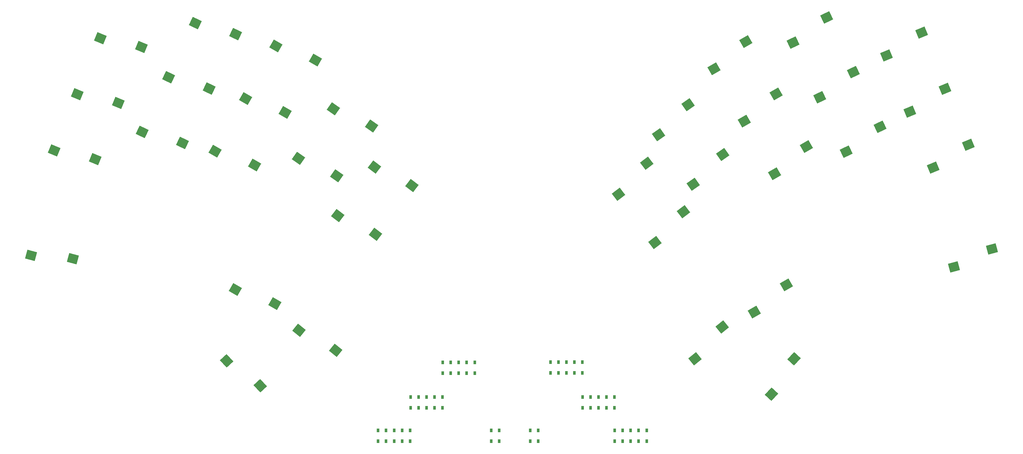
<source format=gbr>
%TF.GenerationSoftware,KiCad,Pcbnew,7.0.7*%
%TF.CreationDate,2024-06-13T17:52:44+09:00*%
%TF.ProjectId,hmproto34-bottom,686d7072-6f74-46f3-9334-2d626f74746f,rev?*%
%TF.SameCoordinates,Original*%
%TF.FileFunction,Paste,Bot*%
%TF.FilePolarity,Positive*%
%FSLAX46Y46*%
G04 Gerber Fmt 4.6, Leading zero omitted, Abs format (unit mm)*
G04 Created by KiCad (PCBNEW 7.0.7) date 2024-06-13 17:52:44*
%MOMM*%
%LPD*%
G01*
G04 APERTURE LIST*
G04 Aperture macros list*
%AMRotRect*
0 Rectangle, with rotation*
0 The origin of the aperture is its center*
0 $1 length*
0 $2 width*
0 $3 Rotation angle, in degrees counterclockwise*
0 Add horizontal line*
21,1,$1,$2,0,0,$3*%
G04 Aperture macros list end*
%ADD10RotRect,3.300000X3.000000X195.000000*%
%ADD11R,0.950000X1.300000*%
%ADD12RotRect,3.300000X3.000000X145.000000*%
%ADD13RotRect,3.300000X3.000000X206.000000*%
%ADD14RotRect,3.300000X3.000000X154.000000*%
%ADD15RotRect,3.300000X3.000000X141.000000*%
%ADD16RotRect,3.300000X3.000000X133.000000*%
%ADD17RotRect,3.300000X3.000000X217.000000*%
%ADD18RotRect,3.300000X3.000000X150.000000*%
%ADD19RotRect,3.300000X3.000000X210.000000*%
%ADD20RotRect,3.300000X3.000000X227.000000*%
%ADD21RotRect,3.300000X3.000000X143.000000*%
%ADD22RotRect,3.300000X3.000000X157.500000*%
%ADD23RotRect,3.300000X3.000000X215.000000*%
%ADD24RotRect,3.300000X3.000000X219.000000*%
%ADD25RotRect,3.300000X3.000000X165.000000*%
%ADD26RotRect,3.300000X3.000000X202.500000*%
G04 APERTURE END LIST*
D10*
%TO.C,SW35*%
X292626099Y-95346114D03*
X305105291Y-89372722D03*
%TD*%
D11*
%TO.C,D17*%
X142537500Y-152805000D03*
X142537500Y-149255000D03*
%TD*%
D12*
%TO.C,SW13*%
X76378437Y-59537212D03*
X88975788Y-65257204D03*
%TD*%
D11*
%TO.C,D11*%
X131842500Y-130345000D03*
X131842500Y-126795000D03*
%TD*%
D13*
%TO.C,SW30*%
X248282987Y-39326976D03*
X259393123Y-31082192D03*
%TD*%
D11*
%TO.C,D25*%
X164725000Y-130305000D03*
X164725000Y-126755000D03*
%TD*%
%TO.C,D9*%
X118597500Y-141820000D03*
X118597500Y-138270000D03*
%TD*%
D14*
%TO.C,SW7*%
X33534982Y-32755246D03*
X46872043Y-36434157D03*
%TD*%
D11*
%TO.C,D33*%
X191200000Y-152805000D03*
X191200000Y-149255000D03*
%TD*%
D15*
%TO.C,SW17*%
X76491810Y-116263475D03*
X88659469Y-122848281D03*
%TD*%
D11*
%TO.C,D30*%
X188562500Y-152805000D03*
X188562500Y-149255000D03*
%TD*%
D16*
%TO.C,SW18*%
X52620557Y-126337136D03*
X63753373Y-134551270D03*
%TD*%
D11*
%TO.C,D4*%
X139900000Y-152805000D03*
X139900000Y-149255000D03*
%TD*%
%TO.C,D31*%
X170000000Y-130305000D03*
X170000000Y-126755000D03*
%TD*%
D17*
%TO.C,SW20*%
X193974551Y-87315823D03*
X203307383Y-77102604D03*
%TD*%
D13*
%TO.C,SW31*%
X257052987Y-57296976D03*
X268163123Y-49052192D03*
%TD*%
D18*
%TO.C,SW9*%
X68898111Y-22460654D03*
X81946056Y-27060950D03*
%TD*%
D19*
%TO.C,SW25*%
X226750289Y-110235000D03*
X237258234Y-101235296D03*
%TD*%
D11*
%TO.C,D15*%
X123872500Y-141820000D03*
X123872500Y-138270000D03*
%TD*%
D20*
%TO.C,SW22*%
X232406772Y-137283752D03*
X239824311Y-125605066D03*
%TD*%
D11*
%TO.C,D3*%
X102615000Y-152825000D03*
X102615000Y-149275000D03*
%TD*%
%TO.C,D27*%
X185925000Y-152805000D03*
X185925000Y-149255000D03*
%TD*%
%TO.C,D7*%
X105252500Y-152825000D03*
X105252500Y-149275000D03*
%TD*%
D18*
%TO.C,SW14*%
X55527520Y-102800654D03*
X68575465Y-107400950D03*
%TD*%
D21*
%TO.C,SW16*%
X89329916Y-78373218D03*
X101719969Y-84529369D03*
%TD*%
D11*
%TO.C,D26*%
X175335000Y-141785000D03*
X175335000Y-138235000D03*
%TD*%
%TO.C,D23*%
X172697500Y-141785000D03*
X172697500Y-138235000D03*
%TD*%
D18*
%TO.C,SW10*%
X58888111Y-39770654D03*
X71936056Y-44370950D03*
%TD*%
D22*
%TO.C,SW2*%
X11014254Y-19887792D03*
X24551032Y-22745633D03*
%TD*%
D11*
%TO.C,D34*%
X155417500Y-152825000D03*
X155417500Y-149275000D03*
%TD*%
D23*
%TO.C,SW24*%
X206598782Y-68095964D03*
X216282365Y-58214679D03*
%TD*%
D11*
%TO.C,D5*%
X126567500Y-130345000D03*
X126567500Y-126795000D03*
%TD*%
%TO.C,D29*%
X177972500Y-141785000D03*
X177972500Y-138235000D03*
%TD*%
D24*
%TO.C,SW21*%
X207124517Y-125636452D03*
X216095229Y-115103744D03*
%TD*%
D11*
%TO.C,D18*%
X159450000Y-130305000D03*
X159450000Y-126755000D03*
%TD*%
D21*
%TO.C,SW15*%
X101372848Y-62345998D03*
X113762901Y-68502149D03*
%TD*%
D11*
%TO.C,D16*%
X113165000Y-152825000D03*
X113165000Y-149275000D03*
%TD*%
D19*
%TO.C,SW28*%
X233428702Y-64570654D03*
X243936647Y-55570950D03*
%TD*%
D11*
%TO.C,D22*%
X162087500Y-130305000D03*
X162087500Y-126755000D03*
%TD*%
D22*
%TO.C,SW3*%
X3381113Y-38351367D03*
X16917891Y-41209208D03*
%TD*%
D11*
%TO.C,D14*%
X134480000Y-130345000D03*
X134480000Y-126795000D03*
%TD*%
D14*
%TO.C,SW8*%
X24774982Y-50755246D03*
X38112043Y-54434157D03*
%TD*%
D11*
%TO.C,D20*%
X180650000Y-152805000D03*
X180650000Y-149255000D03*
%TD*%
%TO.C,D10*%
X107890000Y-152825000D03*
X107890000Y-149275000D03*
%TD*%
D12*
%TO.C,SW12*%
X87837145Y-43143444D03*
X100434496Y-48863436D03*
%TD*%
D11*
%TO.C,D21*%
X152780000Y-152825000D03*
X152780000Y-149275000D03*
%TD*%
D25*
%TO.C,SW5*%
X-11854667Y-91513531D03*
X1939326Y-92580019D03*
%TD*%
D11*
%TO.C,D28*%
X167362500Y-130305000D03*
X167362500Y-126755000D03*
%TD*%
%TO.C,D1*%
X123930000Y-130345000D03*
X123930000Y-126795000D03*
%TD*%
D14*
%TO.C,SW6*%
X42275925Y-14848377D03*
X55612986Y-18527288D03*
%TD*%
D11*
%TO.C,D24*%
X183287500Y-152805000D03*
X183287500Y-149255000D03*
%TD*%
D26*
%TO.C,SW34*%
X285703082Y-62593351D03*
X297295828Y-55042201D03*
%TD*%
D11*
%TO.C,D2*%
X113322500Y-141820000D03*
X113322500Y-138270000D03*
%TD*%
D26*
%TO.C,SW33*%
X278026466Y-44071415D03*
X289619212Y-36520265D03*
%TD*%
D11*
%TO.C,D12*%
X121235000Y-141820000D03*
X121235000Y-138270000D03*
%TD*%
D26*
%TO.C,SW32*%
X270356466Y-25581415D03*
X281949212Y-18030265D03*
%TD*%
D19*
%TO.C,SW26*%
X213388702Y-29970654D03*
X223896647Y-20970950D03*
%TD*%
%TO.C,SW27*%
X223408111Y-47270654D03*
X233916056Y-38270950D03*
%TD*%
D22*
%TO.C,SW4*%
X-4238887Y-56861367D03*
X9297891Y-59719208D03*
%TD*%
D17*
%TO.C,SW19*%
X181934551Y-71325823D03*
X191267383Y-61112604D03*
%TD*%
D13*
%TO.C,SW29*%
X239478861Y-21310051D03*
X250588997Y-13065267D03*
%TD*%
D11*
%TO.C,D6*%
X115960000Y-141820000D03*
X115960000Y-138270000D03*
%TD*%
%TO.C,D8*%
X129205000Y-130345000D03*
X129205000Y-126795000D03*
%TD*%
%TO.C,D13*%
X110527500Y-152825000D03*
X110527500Y-149275000D03*
%TD*%
%TO.C,D19*%
X170060000Y-141785000D03*
X170060000Y-138235000D03*
%TD*%
D18*
%TO.C,SW11*%
X48860289Y-57125000D03*
X61908234Y-61725296D03*
%TD*%
D11*
%TO.C,D32*%
X180610000Y-141785000D03*
X180610000Y-138235000D03*
%TD*%
D23*
%TO.C,SW23*%
X195167490Y-51729732D03*
X204851073Y-41848447D03*
%TD*%
M02*

</source>
